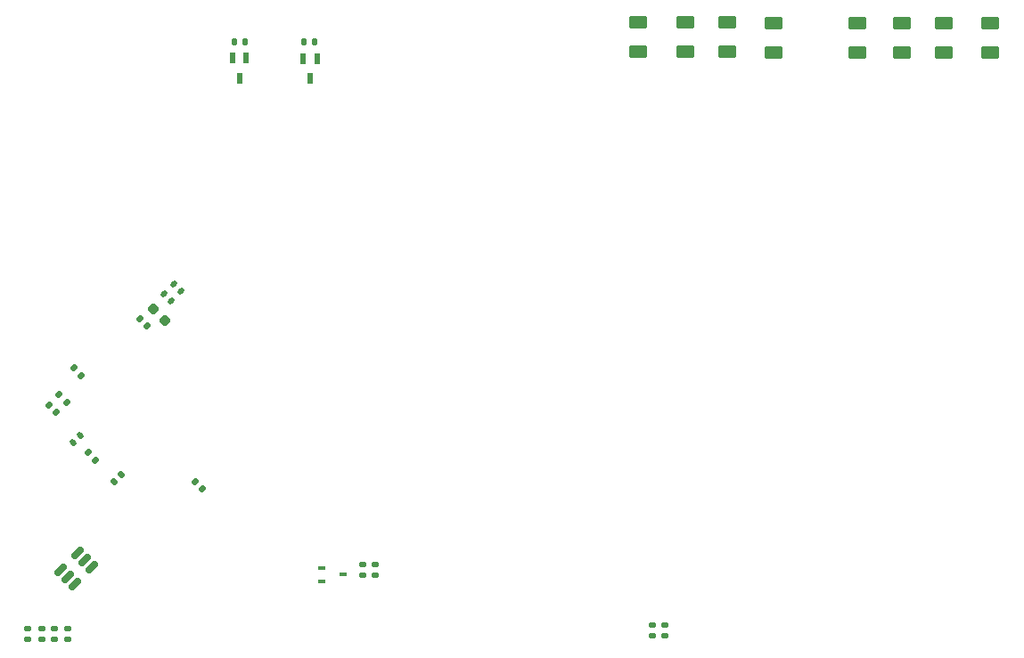
<source format=gbr>
%TF.GenerationSoftware,KiCad,Pcbnew,(6.0.8)*%
%TF.CreationDate,2023-06-01T04:18:12+02:00*%
%TF.ProjectId,pdms,70646d73-2e6b-4696-9361-645f70636258,rev?*%
%TF.SameCoordinates,Original*%
%TF.FileFunction,Paste,Bot*%
%TF.FilePolarity,Positive*%
%FSLAX46Y46*%
G04 Gerber Fmt 4.6, Leading zero omitted, Abs format (unit mm)*
G04 Created by KiCad (PCBNEW (6.0.8)) date 2023-06-01 04:18:12*
%MOMM*%
%LPD*%
G01*
G04 APERTURE LIST*
G04 Aperture macros list*
%AMRoundRect*
0 Rectangle with rounded corners*
0 $1 Rounding radius*
0 $2 $3 $4 $5 $6 $7 $8 $9 X,Y pos of 4 corners*
0 Add a 4 corners polygon primitive as box body*
4,1,4,$2,$3,$4,$5,$6,$7,$8,$9,$2,$3,0*
0 Add four circle primitives for the rounded corners*
1,1,$1+$1,$2,$3*
1,1,$1+$1,$4,$5*
1,1,$1+$1,$6,$7*
1,1,$1+$1,$8,$9*
0 Add four rect primitives between the rounded corners*
20,1,$1+$1,$2,$3,$4,$5,0*
20,1,$1+$1,$4,$5,$6,$7,0*
20,1,$1+$1,$6,$7,$8,$9,0*
20,1,$1+$1,$8,$9,$2,$3,0*%
G04 Aperture macros list end*
%ADD10RoundRect,0.135000X0.226274X0.035355X0.035355X0.226274X-0.226274X-0.035355X-0.035355X-0.226274X0*%
%ADD11RoundRect,0.135000X0.135000X0.185000X-0.135000X0.185000X-0.135000X-0.185000X0.135000X-0.185000X0*%
%ADD12RoundRect,0.135000X-0.226274X-0.035355X-0.035355X-0.226274X0.226274X0.035355X0.035355X0.226274X0*%
%ADD13RoundRect,0.250000X0.625000X-0.375000X0.625000X0.375000X-0.625000X0.375000X-0.625000X-0.375000X0*%
%ADD14RoundRect,0.135000X0.185000X-0.135000X0.185000X0.135000X-0.185000X0.135000X-0.185000X-0.135000X0*%
%ADD15RoundRect,0.135000X-0.185000X0.135000X-0.185000X-0.135000X0.185000X-0.135000X0.185000X0.135000X0*%
%ADD16RoundRect,0.140000X0.021213X-0.219203X0.219203X-0.021213X-0.021213X0.219203X-0.219203X0.021213X0*%
%ADD17R,0.700000X0.450000*%
%ADD18R,0.550000X1.000000*%
%ADD19RoundRect,0.150000X-0.256326X-0.468458X0.468458X0.256326X0.256326X0.468458X-0.468458X-0.256326X0*%
%ADD20RoundRect,0.135000X-0.135000X-0.185000X0.135000X-0.185000X0.135000X0.185000X-0.135000X0.185000X0*%
%ADD21RoundRect,0.140000X-0.219203X-0.021213X-0.021213X-0.219203X0.219203X0.021213X0.021213X0.219203X0*%
%ADD22RoundRect,0.218750X0.335876X0.026517X0.026517X0.335876X-0.335876X-0.026517X-0.026517X-0.335876X0*%
%ADD23RoundRect,0.135000X0.035355X-0.226274X0.226274X-0.035355X-0.035355X0.226274X-0.226274X0.035355X0*%
G04 APERTURE END LIST*
D10*
%TO.C,C45*%
X45300000Y-141550000D03*
X44578752Y-140828752D03*
%TD*%
D11*
%TO.C,R59*%
X49325400Y-98994400D03*
X48305400Y-98994400D03*
%TD*%
D12*
%TO.C,C44*%
X33062873Y-130014631D03*
X33784121Y-130735879D03*
%TD*%
D10*
%TO.C,C52*%
X40049480Y-126041584D03*
X39328232Y-125320336D03*
%TD*%
D13*
%TO.C,F12*%
X95156345Y-99935773D03*
X95156345Y-97135773D03*
%TD*%
D14*
%TO.C,R170*%
X89250000Y-155500000D03*
X89250000Y-154480000D03*
%TD*%
D10*
%TO.C,R73*%
X31410624Y-134260624D03*
X30689376Y-133539376D03*
%TD*%
D14*
%TO.C,R168*%
X61750000Y-149750000D03*
X61750000Y-148730000D03*
%TD*%
D13*
%TO.C,F11*%
X91193945Y-99977373D03*
X91193945Y-97177373D03*
%TD*%
D15*
%TO.C,R174*%
X31242000Y-154836400D03*
X31242000Y-155856400D03*
%TD*%
D13*
%TO.C,F14*%
X107492800Y-100079000D03*
X107492800Y-97279000D03*
%TD*%
D16*
%TO.C,C77*%
X32985389Y-137093011D03*
X33664211Y-136414189D03*
%TD*%
D13*
%TO.C,F15*%
X111760000Y-100079000D03*
X111760000Y-97279000D03*
%TD*%
%TO.C,F13*%
X99525145Y-100037373D03*
X99525145Y-97237373D03*
%TD*%
%TO.C,F17*%
X120142000Y-100076000D03*
X120142000Y-97276000D03*
%TD*%
D17*
%TO.C,D4*%
X56650000Y-150350000D03*
X56650000Y-149050000D03*
X58650000Y-149700000D03*
%TD*%
D18*
%TO.C,D28*%
X48175400Y-100594400D03*
X49475400Y-100594400D03*
X48825400Y-102494400D03*
%TD*%
D19*
%TO.C,U12*%
X33189332Y-150579668D03*
X32517581Y-149907917D03*
X31845830Y-149236166D03*
X33454498Y-147627498D03*
X34126249Y-148299249D03*
X34798000Y-148971000D03*
%TD*%
D15*
%TO.C,R167*%
X60500000Y-148730000D03*
X60500000Y-149750000D03*
%TD*%
D14*
%TO.C,R177*%
X28702000Y-155856400D03*
X28702000Y-154836400D03*
%TD*%
D20*
%TO.C,R58*%
X54915400Y-98994400D03*
X55935400Y-98994400D03*
%TD*%
D10*
%TO.C,R74*%
X32410624Y-133310624D03*
X31689376Y-132589376D03*
%TD*%
D18*
%TO.C,D27*%
X54875400Y-100610400D03*
X56175400Y-100610400D03*
X55525400Y-102510400D03*
%TD*%
D14*
%TO.C,R176*%
X30022800Y-155856400D03*
X30022800Y-154836400D03*
%TD*%
D21*
%TO.C,C80*%
X42568195Y-122094515D03*
X43247017Y-122773337D03*
%TD*%
D13*
%TO.C,F10*%
X86674745Y-99977373D03*
X86674745Y-97177373D03*
%TD*%
D22*
%TO.C,L1*%
X41712243Y-125549084D03*
X40598549Y-124435390D03*
%TD*%
D13*
%TO.C,F16*%
X115697000Y-100082000D03*
X115697000Y-97282000D03*
%TD*%
D14*
%TO.C,R178*%
X32512000Y-155831000D03*
X32512000Y-154811000D03*
%TD*%
%TO.C,R169*%
X88000000Y-155510000D03*
X88000000Y-154490000D03*
%TD*%
D12*
%TO.C,R56*%
X34439376Y-138089376D03*
X35160624Y-138810624D03*
%TD*%
D21*
%TO.C,C83*%
X41634249Y-123028463D03*
X42313071Y-123707285D03*
%TD*%
D23*
%TO.C,C51*%
X36889376Y-140860624D03*
X37610624Y-140139376D03*
%TD*%
M02*

</source>
